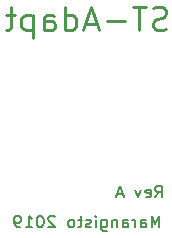
<source format=gbr>
G04 #@! TF.GenerationSoftware,KiCad,Pcbnew,5.1.4-e60b266~84~ubuntu18.04.1*
G04 #@! TF.CreationDate,2019-10-28T16:04:40+08:00*
G04 #@! TF.ProjectId,ST-Adapt,53542d41-6461-4707-942e-6b696361645f,rev?*
G04 #@! TF.SameCoordinates,Original*
G04 #@! TF.FileFunction,Legend,Bot*
G04 #@! TF.FilePolarity,Positive*
%FSLAX46Y46*%
G04 Gerber Fmt 4.6, Leading zero omitted, Abs format (unit mm)*
G04 Created by KiCad (PCBNEW 5.1.4-e60b266~84~ubuntu18.04.1) date 2019-10-28 16:04:40*
%MOMM*%
%LPD*%
G04 APERTURE LIST*
%ADD10C,0.150000*%
%ADD11C,0.250000*%
G04 APERTURE END LIST*
D10*
X148629523Y-98242380D02*
X148962857Y-97766190D01*
X149200952Y-98242380D02*
X149200952Y-97242380D01*
X148820000Y-97242380D01*
X148724761Y-97290000D01*
X148677142Y-97337619D01*
X148629523Y-97432857D01*
X148629523Y-97575714D01*
X148677142Y-97670952D01*
X148724761Y-97718571D01*
X148820000Y-97766190D01*
X149200952Y-97766190D01*
X147820000Y-98194761D02*
X147915238Y-98242380D01*
X148105714Y-98242380D01*
X148200952Y-98194761D01*
X148248571Y-98099523D01*
X148248571Y-97718571D01*
X148200952Y-97623333D01*
X148105714Y-97575714D01*
X147915238Y-97575714D01*
X147820000Y-97623333D01*
X147772380Y-97718571D01*
X147772380Y-97813809D01*
X148248571Y-97909047D01*
X147439047Y-97575714D02*
X147200952Y-98242380D01*
X146962857Y-97575714D01*
X145867619Y-97956666D02*
X145391428Y-97956666D01*
X145962857Y-98242380D02*
X145629523Y-97242380D01*
X145296190Y-98242380D01*
D11*
X149589285Y-83994523D02*
X149303571Y-84089761D01*
X148827380Y-84089761D01*
X148636904Y-83994523D01*
X148541666Y-83899285D01*
X148446428Y-83708809D01*
X148446428Y-83518333D01*
X148541666Y-83327857D01*
X148636904Y-83232619D01*
X148827380Y-83137380D01*
X149208333Y-83042142D01*
X149398809Y-82946904D01*
X149494047Y-82851666D01*
X149589285Y-82661190D01*
X149589285Y-82470714D01*
X149494047Y-82280238D01*
X149398809Y-82185000D01*
X149208333Y-82089761D01*
X148732142Y-82089761D01*
X148446428Y-82185000D01*
X147875000Y-82089761D02*
X146732142Y-82089761D01*
X147303571Y-84089761D02*
X147303571Y-82089761D01*
X146065476Y-83327857D02*
X144541666Y-83327857D01*
X143684523Y-83518333D02*
X142732142Y-83518333D01*
X143875000Y-84089761D02*
X143208333Y-82089761D01*
X142541666Y-84089761D01*
X141017857Y-84089761D02*
X141017857Y-82089761D01*
X141017857Y-83994523D02*
X141208333Y-84089761D01*
X141589285Y-84089761D01*
X141779761Y-83994523D01*
X141875000Y-83899285D01*
X141970238Y-83708809D01*
X141970238Y-83137380D01*
X141875000Y-82946904D01*
X141779761Y-82851666D01*
X141589285Y-82756428D01*
X141208333Y-82756428D01*
X141017857Y-82851666D01*
X139208333Y-84089761D02*
X139208333Y-83042142D01*
X139303571Y-82851666D01*
X139494047Y-82756428D01*
X139875000Y-82756428D01*
X140065476Y-82851666D01*
X139208333Y-83994523D02*
X139398809Y-84089761D01*
X139875000Y-84089761D01*
X140065476Y-83994523D01*
X140160714Y-83804047D01*
X140160714Y-83613571D01*
X140065476Y-83423095D01*
X139875000Y-83327857D01*
X139398809Y-83327857D01*
X139208333Y-83232619D01*
X138255952Y-82756428D02*
X138255952Y-84756428D01*
X138255952Y-82851666D02*
X138065476Y-82756428D01*
X137684523Y-82756428D01*
X137494047Y-82851666D01*
X137398809Y-82946904D01*
X137303571Y-83137380D01*
X137303571Y-83708809D01*
X137398809Y-83899285D01*
X137494047Y-83994523D01*
X137684523Y-84089761D01*
X138065476Y-84089761D01*
X138255952Y-83994523D01*
X136732142Y-82756428D02*
X135970238Y-82756428D01*
X136446428Y-82089761D02*
X136446428Y-83804047D01*
X136351190Y-83994523D01*
X136160714Y-84089761D01*
X135970238Y-84089761D01*
D10*
X148994047Y-100782380D02*
X148994047Y-99782380D01*
X148660714Y-100496666D01*
X148327380Y-99782380D01*
X148327380Y-100782380D01*
X147422619Y-100782380D02*
X147422619Y-100258571D01*
X147470238Y-100163333D01*
X147565476Y-100115714D01*
X147755952Y-100115714D01*
X147851190Y-100163333D01*
X147422619Y-100734761D02*
X147517857Y-100782380D01*
X147755952Y-100782380D01*
X147851190Y-100734761D01*
X147898809Y-100639523D01*
X147898809Y-100544285D01*
X147851190Y-100449047D01*
X147755952Y-100401428D01*
X147517857Y-100401428D01*
X147422619Y-100353809D01*
X146946428Y-100782380D02*
X146946428Y-100115714D01*
X146946428Y-100306190D02*
X146898809Y-100210952D01*
X146851190Y-100163333D01*
X146755952Y-100115714D01*
X146660714Y-100115714D01*
X145898809Y-100782380D02*
X145898809Y-100258571D01*
X145946428Y-100163333D01*
X146041666Y-100115714D01*
X146232142Y-100115714D01*
X146327380Y-100163333D01*
X145898809Y-100734761D02*
X145994047Y-100782380D01*
X146232142Y-100782380D01*
X146327380Y-100734761D01*
X146375000Y-100639523D01*
X146375000Y-100544285D01*
X146327380Y-100449047D01*
X146232142Y-100401428D01*
X145994047Y-100401428D01*
X145898809Y-100353809D01*
X145422619Y-100115714D02*
X145422619Y-100782380D01*
X145422619Y-100210952D02*
X145375000Y-100163333D01*
X145279761Y-100115714D01*
X145136904Y-100115714D01*
X145041666Y-100163333D01*
X144994047Y-100258571D01*
X144994047Y-100782380D01*
X144089285Y-100115714D02*
X144089285Y-100925238D01*
X144136904Y-101020476D01*
X144184523Y-101068095D01*
X144279761Y-101115714D01*
X144422619Y-101115714D01*
X144517857Y-101068095D01*
X144089285Y-100734761D02*
X144184523Y-100782380D01*
X144375000Y-100782380D01*
X144470238Y-100734761D01*
X144517857Y-100687142D01*
X144565476Y-100591904D01*
X144565476Y-100306190D01*
X144517857Y-100210952D01*
X144470238Y-100163333D01*
X144375000Y-100115714D01*
X144184523Y-100115714D01*
X144089285Y-100163333D01*
X143613095Y-100782380D02*
X143613095Y-100115714D01*
X143613095Y-99782380D02*
X143660714Y-99830000D01*
X143613095Y-99877619D01*
X143565476Y-99830000D01*
X143613095Y-99782380D01*
X143613095Y-99877619D01*
X143184523Y-100734761D02*
X143089285Y-100782380D01*
X142898809Y-100782380D01*
X142803571Y-100734761D01*
X142755952Y-100639523D01*
X142755952Y-100591904D01*
X142803571Y-100496666D01*
X142898809Y-100449047D01*
X143041666Y-100449047D01*
X143136904Y-100401428D01*
X143184523Y-100306190D01*
X143184523Y-100258571D01*
X143136904Y-100163333D01*
X143041666Y-100115714D01*
X142898809Y-100115714D01*
X142803571Y-100163333D01*
X142470238Y-100115714D02*
X142089285Y-100115714D01*
X142327380Y-99782380D02*
X142327380Y-100639523D01*
X142279761Y-100734761D01*
X142184523Y-100782380D01*
X142089285Y-100782380D01*
X141613095Y-100782380D02*
X141708333Y-100734761D01*
X141755952Y-100687142D01*
X141803571Y-100591904D01*
X141803571Y-100306190D01*
X141755952Y-100210952D01*
X141708333Y-100163333D01*
X141613095Y-100115714D01*
X141470238Y-100115714D01*
X141375000Y-100163333D01*
X141327380Y-100210952D01*
X141279761Y-100306190D01*
X141279761Y-100591904D01*
X141327380Y-100687142D01*
X141375000Y-100734761D01*
X141470238Y-100782380D01*
X141613095Y-100782380D01*
X140136904Y-99877619D02*
X140089285Y-99830000D01*
X139994047Y-99782380D01*
X139755952Y-99782380D01*
X139660714Y-99830000D01*
X139613095Y-99877619D01*
X139565476Y-99972857D01*
X139565476Y-100068095D01*
X139613095Y-100210952D01*
X140184523Y-100782380D01*
X139565476Y-100782380D01*
X138946428Y-99782380D02*
X138851190Y-99782380D01*
X138755952Y-99830000D01*
X138708333Y-99877619D01*
X138660714Y-99972857D01*
X138613095Y-100163333D01*
X138613095Y-100401428D01*
X138660714Y-100591904D01*
X138708333Y-100687142D01*
X138755952Y-100734761D01*
X138851190Y-100782380D01*
X138946428Y-100782380D01*
X139041666Y-100734761D01*
X139089285Y-100687142D01*
X139136904Y-100591904D01*
X139184523Y-100401428D01*
X139184523Y-100163333D01*
X139136904Y-99972857D01*
X139089285Y-99877619D01*
X139041666Y-99830000D01*
X138946428Y-99782380D01*
X137660714Y-100782380D02*
X138232142Y-100782380D01*
X137946428Y-100782380D02*
X137946428Y-99782380D01*
X138041666Y-99925238D01*
X138136904Y-100020476D01*
X138232142Y-100068095D01*
X137184523Y-100782380D02*
X136994047Y-100782380D01*
X136898809Y-100734761D01*
X136851190Y-100687142D01*
X136755952Y-100544285D01*
X136708333Y-100353809D01*
X136708333Y-99972857D01*
X136755952Y-99877619D01*
X136803571Y-99830000D01*
X136898809Y-99782380D01*
X137089285Y-99782380D01*
X137184523Y-99830000D01*
X137232142Y-99877619D01*
X137279761Y-99972857D01*
X137279761Y-100210952D01*
X137232142Y-100306190D01*
X137184523Y-100353809D01*
X137089285Y-100401428D01*
X136898809Y-100401428D01*
X136803571Y-100353809D01*
X136755952Y-100306190D01*
X136708333Y-100210952D01*
M02*

</source>
